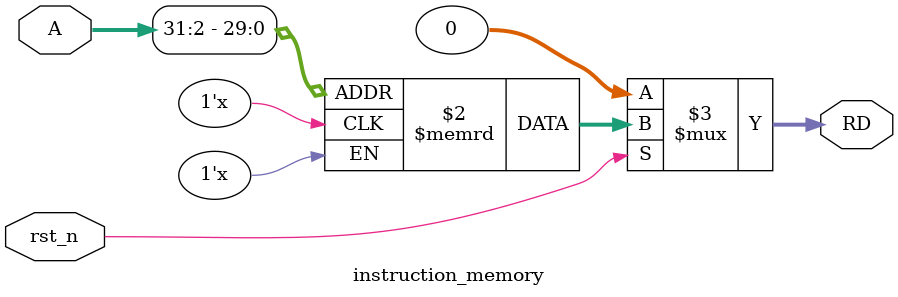
<source format=sv>
module instruction_memory (
    input  logic        rst_n,
    input  logic [31:0] A,
    output logic [31:0] RD
);

    // Declaring the memory array
    logic [31:0] mem [1023:0];

    // Word-aligned access: A[31:2]
    // A[1:0] are ignored because RISC-V instructions are 4-byte aligned
    assign RD = (~rst_n) ? '0 : mem[A[31:2]];
  
endmodule
</source>
